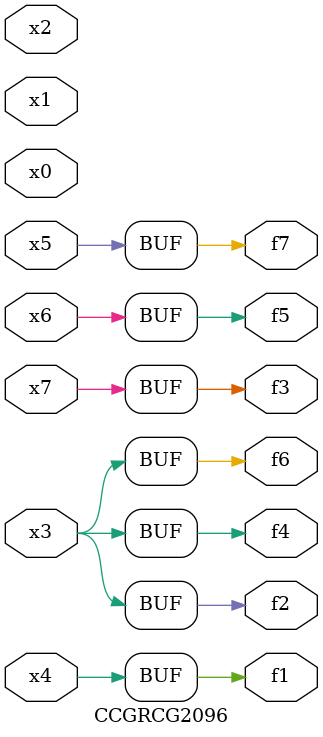
<source format=v>
module CCGRCG2096(
	input x0, x1, x2, x3, x4, x5, x6, x7,
	output f1, f2, f3, f4, f5, f6, f7
);
	assign f1 = x4;
	assign f2 = x3;
	assign f3 = x7;
	assign f4 = x3;
	assign f5 = x6;
	assign f6 = x3;
	assign f7 = x5;
endmodule

</source>
